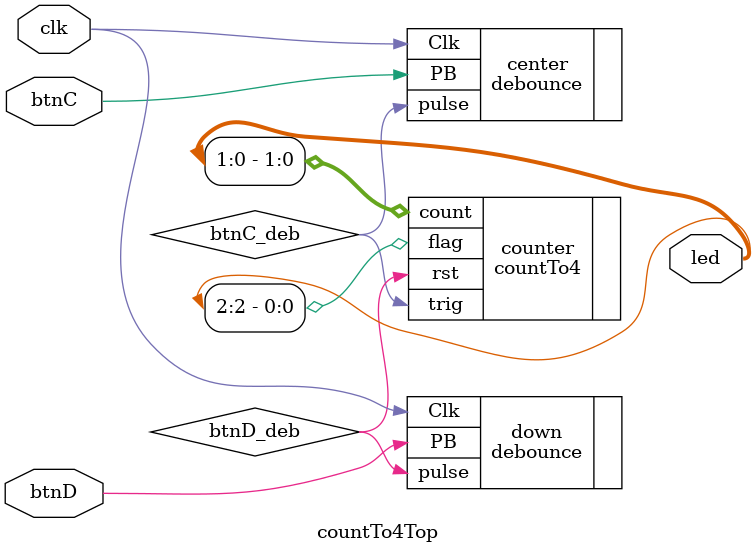
<source format=v>
/*
Top module is modeled as the basys board itself to
be more intuitive.
*/
`timescale 1ns / 1ps

module countTo4Top (
        // input [15:0] swt,   //basys board switches
        input clk,          //basys board clock
        // input btnU,         //up button on basys board
        input btnD,         //up button on basys board
        // input btnL,         //up button on basys board
        // input btnR,         //up button on basys board
        input btnC,         //up button on basys board
        // output [3:0] segEn, //basys seven segment enable bus
        // output segDec,         //seven segment decimal point
        // output [6:0] seg,   //seven segment signals
        output [2:0] led   //basys board LED array
    );
    //center trigger
    //down reset

    wire btnD_deb, btnC_deb;
    debounce center(.Clk(clk), .PB(btnC), .pulse(btnC_deb));
    debounce down(.Clk(clk), .PB(btnD), .pulse(btnD_deb));

    countTo4 counter(
                    .trig(btnC_deb),
                    .rst(btnD_deb),
                    .count(led[1:0]),
                    .flag(led[2])
                );
endmodule

</source>
